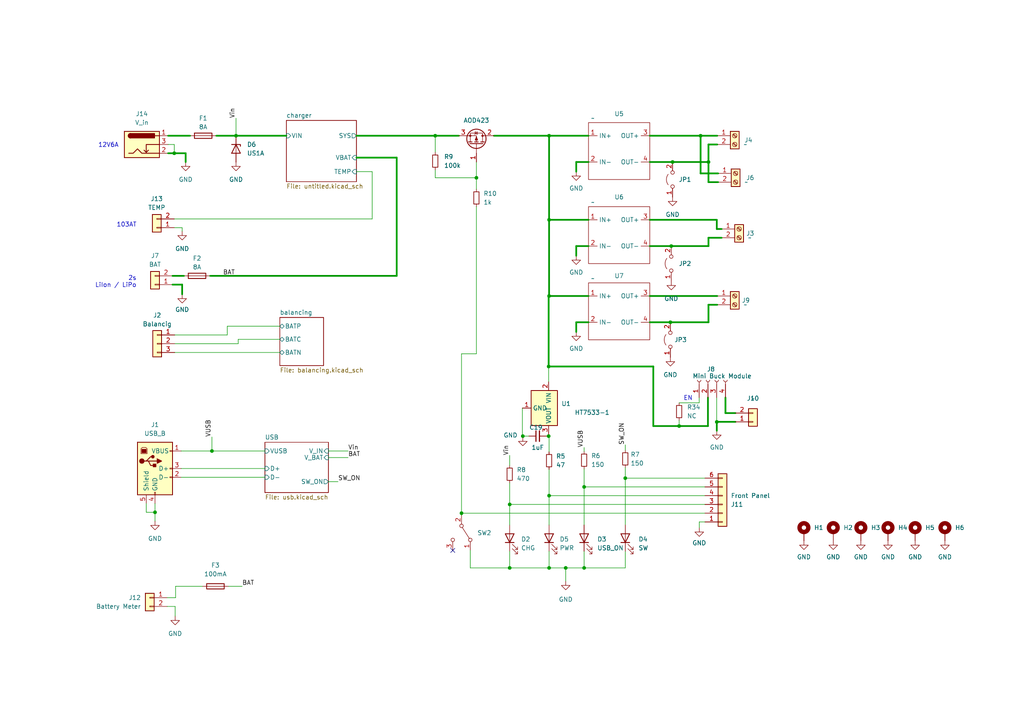
<source format=kicad_sch>
(kicad_sch (version 20230121) (generator eeschema)
  (paper "A4")
  (lib_symbols
    (symbol "Connector:Barrel_Jack_Switch" (pin_names hide)
      (property "Reference" "J" (at 0 5.334 0))
      (property "Value" "Barrel_Jack_Switch" (at 0 -5.08 0))
      (symbol "Barrel_Jack_Switch_0_1"
        (rectangle (start -5.08 3.81) (end 5.08 -3.81) (stroke (width 0.254)) (fill (type background)))
        (arc (start -3.302 3.175) (mid -3.9343 2.54) (end -3.302 1.905) (stroke (width 0.254)))
        (arc (start -3.302 3.175) (mid -3.9343 2.54) (end -3.302 1.905) (stroke (width 0.254)) (fill (type outline)))
        (polyline (pts (xy 1.27 -2.286) (xy 1.905 -1.651)) (stroke (width 0.254)))
        (polyline (pts (xy 5.08 2.54) (xy 3.81 2.54)) (stroke (width 0.254)))
        (polyline (pts (xy 5.08 0) (xy 1.27 0) (xy 1.27 -2.286) (xy 0.635 -1.651)) (stroke (width 0.254)))
        (polyline (pts (xy -3.81 -2.54) (xy -2.54 -2.54) (xy -1.27 -1.27) (xy 0 -2.54) (xy 2.54 -2.54) (xy 5.08 -2.54)) (stroke (width 0.254)))
        (rectangle (start 3.683 3.175) (end -3.302 1.905) (stroke (width 0.254)) (fill (type outline)))
      )
      (symbol "Barrel_Jack_Switch_1_1"
        (pin passive line (at 7.62 2.54 180) (length 2.54) (name "~") (number "1"))
        (pin passive line (at 7.62 -2.54 180) (length 2.54) (name "~") (number "2"))
        (pin passive line (at 7.62 0 180) (length 2.54) (name "~") (number "3"))
      )
    )
    (symbol "Connector:Conn_01x04_Socket" (pin_names (offset 1.016) hide)
      (property "Reference" "J" (at 0 5.08 0))
      (property "Value" "Conn_01x04_Socket" (at 0 -7.62 0))
      (symbol "Conn_01x04_Socket_1_1"
        (arc (start 0 -4.572) (mid -0.5058 -5.08) (end 0 -5.588) (stroke (width 0.1524)))
        (arc (start 0 -2.032) (mid -0.5058 -2.54) (end 0 -3.048) (stroke (width 0.1524)))
        (polyline (pts (xy -1.27 -5.08) (xy -0.508 -5.08)) (stroke (width 0.1524)))
        (polyline (pts (xy -1.27 -2.54) (xy -0.508 -2.54)) (stroke (width 0.1524)))
        (polyline (pts (xy -1.27 0) (xy -0.508 0)) (stroke (width 0.1524)))
        (polyline (pts (xy -1.27 2.54) (xy -0.508 2.54)) (stroke (width 0.1524)))
        (arc (start 0 0.508) (mid -0.5058 0) (end 0 -0.508) (stroke (width 0.1524)))
        (arc (start 0 3.048) (mid -0.5058 2.54) (end 0 2.032) (stroke (width 0.1524)))
        (pin passive line (at -5.08 2.54 0) (length 3.81) (name "Pin_1") (number "1"))
        (pin passive line (at -5.08 0 0) (length 3.81) (name "Pin_2") (number "2"))
        (pin passive line (at -5.08 -2.54 0) (length 3.81) (name "Pin_3") (number "3"))
        (pin passive line (at -5.08 -5.08 0) (length 3.81) (name "Pin_4") (number "4"))
      )
    )
    (symbol "Connector:Screw_Terminal_01x02" (pin_names (offset 1.016) hide)
      (property "Reference" "J" (at 0 2.54 0))
      (property "Value" "Screw_Terminal_01x02" (at 0 -5.08 0))
      (symbol "Screw_Terminal_01x02_1_1"
        (rectangle (start -1.27 1.27) (end 1.27 -3.81) (stroke (width 0.254)) (fill (type background)))
        (circle (center 0 -2.54) (radius 0.635) (stroke (width 0.1524)))
        (polyline (pts (xy -0.5334 -2.2098) (xy 0.3302 -3.048)) (stroke (width 0.1524)))
        (polyline (pts (xy -0.5334 0.3302) (xy 0.3302 -0.508)) (stroke (width 0.1524)))
        (polyline (pts (xy -0.3556 -2.032) (xy 0.508 -2.8702)) (stroke (width 0.1524)))
        (polyline (pts (xy -0.3556 0.508) (xy 0.508 -0.3302)) (stroke (width 0.1524)))
        (circle (center 0 0) (radius 0.635) (stroke (width 0.1524)))
        (pin passive line (at -5.08 0 0) (length 3.81) (name "Pin_1") (number "1"))
        (pin passive line (at -5.08 -2.54 0) (length 3.81) (name "Pin_2") (number "2"))
      )
    )
    (symbol "Connector:USB_B" (pin_names (offset 1.016))
      (property "Reference" "J" (at -5.08 11.43 0))
      (property "Value" "USB_B" (at -5.08 8.89 0))
      (symbol "USB_B_0_1"
        (rectangle (start -5.08 -7.62) (end 5.08 7.62) (stroke (width 0.254)) (fill (type background)))
        (circle (center -3.81 2.159) (radius 0.635) (stroke (width 0.254)) (fill (type outline)))
        (rectangle (start -3.81 5.588) (end -2.54 4.572) (fill (type outline)))
        (circle (center -0.635 3.429) (radius 0.381) (stroke (width 0.254)) (fill (type outline)))
        (rectangle (start -0.127 -7.62) (end 0.127 -6.858))
        (polyline (pts (xy -1.905 2.159) (xy 0.635 2.159)) (stroke (width 0.254)))
        (polyline (pts (xy -3.175 2.159) (xy -2.54 2.159) (xy -1.27 3.429) (xy -0.635 3.429)) (stroke (width 0.254)))
        (polyline (pts (xy -2.54 2.159) (xy -1.905 2.159) (xy -1.27 0.889) (xy 0 0.889)) (stroke (width 0.254)))
        (polyline (pts (xy 0.635 2.794) (xy 0.635 1.524) (xy 1.905 2.159) (xy 0.635 2.794)) (stroke (width 0.254)) (fill (type outline)))
        (polyline (pts (xy -4.064 4.318) (xy -2.286 4.318) (xy -2.286 5.715) (xy -2.667 6.096) (xy -3.683 6.096) (xy -4.064 5.715) (xy -4.064 4.318)))
        (rectangle (start 0.254 1.27) (end -0.508 0.508) (stroke (width 0.254)) (fill (type outline)))
        (rectangle (start 5.08 -2.667) (end 4.318 -2.413))
        (rectangle (start 5.08 -0.127) (end 4.318 0.127))
        (rectangle (start 5.08 4.953) (end 4.318 5.207))
      )
      (symbol "USB_B_1_1"
        (pin power_out line (at 7.62 5.08 180) (length 2.54) (name "VBUS") (number "1"))
        (pin bidirectional line (at 7.62 -2.54 180) (length 2.54) (name "D-") (number "2"))
        (pin bidirectional line (at 7.62 0 180) (length 2.54) (name "D+") (number "3"))
        (pin power_out line (at 0 -10.16 90) (length 2.54) (name "GND") (number "4"))
        (pin passive line (at -2.54 -10.16 90) (length 2.54) (name "Shield") (number "5"))
      )
    )
    (symbol "Connector_Generic:Conn_01x02" (pin_names (offset 1.016) hide)
      (property "Reference" "J" (at 0 2.54 0))
      (property "Value" "Conn_01x02" (at 0 -5.08 0))
      (symbol "Conn_01x02_1_1"
        (rectangle (start -1.27 -2.413) (end 0 -2.667) (stroke (width 0.1524)))
        (rectangle (start -1.27 0.127) (end 0 -0.127) (stroke (width 0.1524)))
        (rectangle (start -1.27 1.27) (end 1.27 -3.81) (stroke (width 0.254)) (fill (type background)))
        (pin passive line (at -5.08 0 0) (length 3.81) (name "Pin_1") (number "1"))
        (pin passive line (at -5.08 -2.54 0) (length 3.81) (name "Pin_2") (number "2"))
      )
    )
    (symbol "Connector_Generic:Conn_01x03" (pin_names (offset 1.016) hide)
      (property "Reference" "J" (at 0 5.08 0))
      (property "Value" "Conn_01x03" (at 0 -5.08 0))
      (symbol "Conn_01x03_1_1"
        (rectangle (start -1.27 -2.413) (end 0 -2.667) (stroke (width 0.1524)))
        (rectangle (start -1.27 0.127) (end 0 -0.127) (stroke (width 0.1524)))
        (rectangle (start -1.27 2.667) (end 0 2.413) (stroke (width 0.1524)))
        (rectangle (start -1.27 3.81) (end 1.27 -3.81) (stroke (width 0.254)) (fill (type background)))
        (pin passive line (at -5.08 2.54 0) (length 3.81) (name "Pin_1") (number "1"))
        (pin passive line (at -5.08 0 0) (length 3.81) (name "Pin_2") (number "2"))
        (pin passive line (at -5.08 -2.54 0) (length 3.81) (name "Pin_3") (number "3"))
      )
    )
    (symbol "Connector_Generic:Conn_01x06" (pin_names (offset 1.016) hide)
      (property "Reference" "J" (at 0 7.62 0))
      (property "Value" "Conn_01x06" (at 0 -10.16 0))
      (symbol "Conn_01x06_1_1"
        (rectangle (start -1.27 -7.493) (end 0 -7.747) (stroke (width 0.1524)))
        (rectangle (start -1.27 -4.953) (end 0 -5.207) (stroke (width 0.1524)))
        (rectangle (start -1.27 -2.413) (end 0 -2.667) (stroke (width 0.1524)))
        (rectangle (start -1.27 0.127) (end 0 -0.127) (stroke (width 0.1524)))
        (rectangle (start -1.27 2.667) (end 0 2.413) (stroke (width 0.1524)))
        (rectangle (start -1.27 5.207) (end 0 4.953) (stroke (width 0.1524)))
        (rectangle (start -1.27 6.35) (end 1.27 -8.89) (stroke (width 0.254)) (fill (type background)))
        (pin passive line (at -5.08 5.08 0) (length 3.81) (name "Pin_1") (number "1"))
        (pin passive line (at -5.08 2.54 0) (length 3.81) (name "Pin_2") (number "2"))
        (pin passive line (at -5.08 0 0) (length 3.81) (name "Pin_3") (number "3"))
        (pin passive line (at -5.08 -2.54 0) (length 3.81) (name "Pin_4") (number "4"))
        (pin passive line (at -5.08 -5.08 0) (length 3.81) (name "Pin_5") (number "5"))
        (pin passive line (at -5.08 -7.62 0) (length 3.81) (name "Pin_6") (number "6"))
      )
    )
    (symbol "Device:C_Small" (pin_numbers hide) (pin_names (offset 0.254) hide)
      (property "Reference" "C" (at 0.254 1.778 0))
      (property "Value" "C_Small" (at 0.254 -2.032 0))
      (symbol "C_Small_0_1"
        (polyline (pts (xy -1.524 -0.508) (xy 1.524 -0.508)) (stroke (width 0.3302)))
        (polyline (pts (xy -1.524 0.508) (xy 1.524 0.508)) (stroke (width 0.3048)))
      )
      (symbol "C_Small_1_1"
        (pin passive line (at 0 2.54 270) (length 2.032) (name "~") (number "1"))
        (pin passive line (at 0 -2.54 90) (length 2.032) (name "~") (number "2"))
      )
    )
    (symbol "Device:D_Zener" (pin_numbers hide) (pin_names (offset 1.016) hide)
      (property "Reference" "D" (at 0 2.54 0))
      (property "Value" "D_Zener" (at 0 -2.54 0))
      (symbol "D_Zener_0_1"
        (polyline (pts (xy 1.27 0) (xy -1.27 0)))
        (polyline (pts (xy -1.27 -1.27) (xy -1.27 1.27) (xy -0.762 1.27)) (stroke (width 0.254)))
        (polyline (pts (xy 1.27 -1.27) (xy 1.27 1.27) (xy -1.27 0) (xy 1.27 -1.27)) (stroke (width 0.254)))
      )
      (symbol "D_Zener_1_1"
        (pin passive line (at -3.81 0 0) (length 2.54) (name "K") (number "1"))
        (pin passive line (at 3.81 0 180) (length 2.54) (name "A") (number "2"))
      )
    )
    (symbol "Device:Fuse" (pin_numbers hide) (pin_names (offset 0))
      (property "Reference" "F" (at 2.032 0 90))
      (property "Value" "Fuse" (at -1.905 0 90))
      (symbol "Fuse_0_1"
        (rectangle (start -0.762 -2.54) (end 0.762 2.54) (stroke (width 0.254)))
        (polyline (pts (xy 0 2.54) (xy 0 -2.54)))
      )
      (symbol "Fuse_1_1"
        (pin passive line (at 0 3.81 270) (length 1.27) (name "~") (number "1"))
        (pin passive line (at 0 -3.81 90) (length 1.27) (name "~") (number "2"))
      )
    )
    (symbol "Device:LED" (pin_numbers hide) (pin_names (offset 1.016) hide)
      (property "Reference" "D" (at 0 2.54 0))
      (property "Value" "LED" (at 0 -2.54 0))
      (symbol "LED_0_1"
        (polyline (pts (xy -1.27 -1.27) (xy -1.27 1.27)) (stroke (width 0.254)))
        (polyline (pts (xy -1.27 0) (xy 1.27 0)))
        (polyline (pts (xy 1.27 -1.27) (xy 1.27 1.27) (xy -1.27 0) (xy 1.27 -1.27)) (stroke (width 0.254)))
        (polyline (pts (xy -3.048 -0.762) (xy -4.572 -2.286) (xy -3.81 -2.286) (xy -4.572 -2.286) (xy -4.572 -1.524)))
        (polyline (pts (xy -1.778 -0.762) (xy -3.302 -2.286) (xy -2.54 -2.286) (xy -3.302 -2.286) (xy -3.302 -1.524)))
      )
      (symbol "LED_1_1"
        (pin passive line (at -3.81 0 0) (length 2.54) (name "K") (number "1"))
        (pin passive line (at 3.81 0 180) (length 2.54) (name "A") (number "2"))
      )
    )
    (symbol "Device:Q_PMOS_GDS" (pin_names (offset 0) hide)
      (property "Reference" "Q" (at 5.08 1.27 0))
      (property "Value" "Q_PMOS_GDS" (at 5.08 -1.27 0))
      (symbol "Q_PMOS_GDS_0_1"
        (polyline (pts (xy 0.254 0) (xy -2.54 0)))
        (polyline (pts (xy 0.254 1.905) (xy 0.254 -1.905)) (stroke (width 0.254)))
        (polyline (pts (xy 0.762 -1.27) (xy 0.762 -2.286)) (stroke (width 0.254)))
        (polyline (pts (xy 0.762 0.508) (xy 0.762 -0.508)) (stroke (width 0.254)))
        (polyline (pts (xy 0.762 2.286) (xy 0.762 1.27)) (stroke (width 0.254)))
        (polyline (pts (xy 2.54 2.54) (xy 2.54 1.778)))
        (polyline (pts (xy 2.54 -2.54) (xy 2.54 0) (xy 0.762 0)))
        (polyline (pts (xy 0.762 1.778) (xy 3.302 1.778) (xy 3.302 -1.778) (xy 0.762 -1.778)))
        (polyline (pts (xy 2.286 0) (xy 1.27 0.381) (xy 1.27 -0.381) (xy 2.286 0)) (fill (type outline)))
        (polyline (pts (xy 2.794 -0.508) (xy 2.921 -0.381) (xy 3.683 -0.381) (xy 3.81 -0.254)))
        (polyline (pts (xy 3.302 -0.381) (xy 2.921 0.254) (xy 3.683 0.254) (xy 3.302 -0.381)))
        (circle (center 1.651 0) (radius 2.794) (stroke (width 0.254)))
        (circle (center 2.54 -1.778) (radius 0.254) (fill (type outline)))
        (circle (center 2.54 1.778) (radius 0.254) (fill (type outline)))
      )
      (symbol "Q_PMOS_GDS_1_1"
        (pin input line (at -5.08 0 0) (length 2.54) (name "G") (number "1"))
        (pin passive line (at 2.54 5.08 270) (length 2.54) (name "D") (number "2"))
        (pin passive line (at 2.54 -5.08 90) (length 2.54) (name "S") (number "3"))
      )
    )
    (symbol "Device:R_Small" (pin_numbers hide) (pin_names (offset 0.254) hide)
      (property "Reference" "R" (at 0.762 0.508 0))
      (property "Value" "R_Small" (at 0.762 -1.016 0))
      (symbol "R_Small_0_1"
        (rectangle (start -0.762 1.778) (end 0.762 -1.778) (stroke (width 0.2032)))
      )
      (symbol "R_Small_1_1"
        (pin passive line (at 0 2.54 270) (length 0.762) (name "~") (number "1"))
        (pin passive line (at 0 -2.54 90) (length 0.762) (name "~") (number "2"))
      )
    )
    (symbol "Jumper:Jumper_2_Open" (pin_names (offset 0) hide)
      (property "Reference" "JP" (at 0 2.794 0))
      (property "Value" "Jumper_2_Open" (at 0 -2.286 0))
      (symbol "Jumper_2_Open_0_0"
        (circle (center -2.032 0) (radius 0.508))
        (circle (center 2.032 0) (radius 0.508))
      )
      (symbol "Jumper_2_Open_0_1"
        (arc (start 1.524 1.27) (mid 0 1.778) (end -1.524 1.27))
      )
      (symbol "Jumper_2_Open_1_1"
        (pin passive line (at -5.08 0 0) (length 2.54) (name "A") (number "1"))
        (pin passive line (at 5.08 0 180) (length 2.54) (name "B") (number "2"))
      )
    )
    (symbol "Mechanical:MountingHole_Pad" (pin_numbers hide) (pin_names (offset 1.016) hide)
      (property "Reference" "H" (at 0 6.35 0))
      (property "Value" "MountingHole_Pad" (at 0 4.445 0))
      (symbol "MountingHole_Pad_0_1"
        (circle (center 0 1.27) (radius 1.27) (stroke (width 1.27)))
      )
      (symbol "MountingHole_Pad_1_1"
        (pin input line (at 0 -2.54 90) (length 2.54) (name "1") (number "1"))
      )
    )
    (symbol "Regulator_Linear:HT75xx-1-SOT89"
      (property "Reference" "U" (at -5.08 -3.81 0))
      (property "Value" "HT75xx-1-SOT89" (at 0 6.35 0))
      (symbol "HT75xx-1-SOT89_0_1"
        (rectangle (start -5.08 5.08) (end 5.08 -2.54) (stroke (width 0.254)) (fill (type background)))
      )
      (symbol "HT75xx-1-SOT89_1_1"
        (pin power_in line (at 0 -5.08 90) (length 2.54) (name "GND") (number "1"))
        (pin power_in line (at -7.62 2.54 0) (length 2.54) (name "VIN") (number "2"))
        (pin power_out line (at 7.62 2.54 180) (length 2.54) (name "VOUT") (number "3"))
      )
    )
    (symbol "Switch:SW_SPDT" (pin_names (offset 0) hide)
      (property "Reference" "SW" (at 0 4.318 0))
      (property "Value" "SW_SPDT" (at 0 -5.08 0))
      (symbol "SW_SPDT_0_0"
        (circle (center -2.032 0) (radius 0.508))
        (circle (center 2.032 -2.54) (radius 0.508))
      )
      (symbol "SW_SPDT_0_1"
        (polyline (pts (xy -1.524 0.254) (xy 1.651 2.286)))
        (circle (center 2.032 2.54) (radius 0.508))
      )
      (symbol "SW_SPDT_1_1"
        (pin passive line (at 5.08 2.54 180) (length 2.54) (name "A") (number "1"))
        (pin passive line (at -5.08 0 0) (length 2.54) (name "B") (number "2"))
        (pin passive line (at 5.08 -2.54 180) (length 2.54) (name "C") (number "3"))
      )
    )
    (symbol "converter:multi-converter"
      (property "Reference" "U" (at 1.27 1.27 0))
      (symbol "multi-converter_0_1"
        (rectangle (start 0 0) (end 17.78 -16.51))
      )
      (symbol "multi-converter_1_1"
        (pin input line (at 0 -3.81 0) (length 2.54) (name "IN+") (number "1"))
        (pin input line (at 0 -11.43 0) (length 2.54) (name "IN-") (number "2"))
        (pin output line (at 17.78 -3.81 180) (length 2.54) (name "OUT+") (number "3"))
        (pin output line (at 17.78 -11.43 180) (length 2.54) (name "OUT-") (number "4"))
      )
    )
    (symbol "power:GND" (power) (pin_names (offset 0))
      (property "Value" "GND" (at 0 -3.81 0))
      (symbol "GND_0_1"
        (polyline (pts (xy 0 0) (xy 0 -1.27) (xy 1.27 -1.27) (xy 0 -2.54) (xy -1.27 -1.27) (xy 0 -1.27)))
      )
      (symbol "GND_1_1"
        (pin power_in line (at 0 0 270) (length 0) hide (name "GND") (number "1"))
      )
    )
  )
  (junction (at 159.258 164.719))
  (junction (at 181.356 138.684))
  (junction (at 68.453 39.37))
  (junction (at 169.418 141.224))
  (junction (at 205.486 46.99))
  (junction (at 194.691 71.374))
  (junction (at 138.176 51.562))
  (junction (at 151.638 126.492))
  (junction (at 147.828 146.304))
  (junction (at 44.958 148.59))
  (junction (at 207.899 122.3772))
  (junction (at 159.258 39.37))
  (junction (at 147.828 164.719))
  (junction (at 159.258 85.852))
  (junction (at 159.131 126.492))
  (junction (at 159.258 63.754))
  (junction (at 196.977 123.571))
  (junction (at 126.238 39.37))
  (junction (at 195.072 46.99))
  (junction (at 159.258 143.764))
  (junction (at 159.131 106.299))
  (junction (at 50.546 44.45))
  (junction (at 169.418 164.719))
  (junction (at 61.468 130.81))
  (junction (at 203.2 39.37))
  (junction (at 133.858 148.844))
  (junction (at 164.084 164.719))
  (junction (at 194.437 93.472))
  (no_connect (at 131.318 159.639))
  (wire (pts (xy 196.977 116.84) (xy 202.7936 116.84)))
  (wire (pts (xy 181.356 129.032) (xy 181.356 130.556)))
  (wire (pts (xy 203.2 50.292) (xy 203.2 39.37)) (stroke (width 0.5)))
  (wire (pts (xy 195.072 46.99) (xy 205.486 46.99)) (stroke (width 0.5)))
  (wire (pts (xy 159.258 136.144) (xy 159.258 143.764)))
  (wire (pts (xy 44.958 146.05) (xy 44.958 148.59)))
  (wire (pts (xy 50.8 175.895) (xy 50.8 178.689)))
  (wire (pts (xy 181.356 138.684) (xy 181.356 152.273)))
  (wire (pts (xy 138.176 46.99) (xy 138.176 51.562)))
  (wire (pts (xy 61.468 130.81) (xy 76.835 130.81)))
  (wire (pts (xy 50.546 44.45) (xy 48.768 44.45)) (stroke (width 0.5)))
  (wire (pts (xy 167.132 71.374) (xy 170.688 71.374)) (stroke (width 0.5)))
  (wire (pts (xy 138.176 59.944) (xy 138.176 102.616)))
  (wire (pts (xy 159.258 143.764) (xy 159.258 152.273)))
  (wire (pts (xy 52.578 135.89) (xy 76.835 135.89)))
  (wire (pts (xy 167.132 74.168) (xy 167.132 71.374)) (stroke (width 0.5)))
  (wire (pts (xy 60.96 80.01) (xy 115.062 80.01)) (stroke (width 0.5)))
  (wire (pts (xy 188.468 39.37) (xy 203.2 39.37)) (stroke (width 0.5)))
  (wire (pts (xy 207.899 66.421) (xy 207.899 63.754)) (stroke (width 0.5)))
  (wire (pts (xy 159.131 110.744) (xy 159.131 106.299)))
  (wire (pts (xy 189.484 106.299) (xy 159.131 106.299)) (stroke (width 0.5)))
  (wire (pts (xy 52.578 130.81) (xy 61.468 130.81)))
  (wire (pts (xy 42.418 148.59) (xy 44.958 148.59)))
  (wire (pts (xy 164.084 164.719) (xy 169.418 164.719)))
  (wire (pts (xy 147.828 132.08) (xy 147.828 135.001)))
  (wire (pts (xy 115.062 45.72) (xy 103.378 45.72)) (stroke (width 0.5)))
  (wire (pts (xy 69.088 99.695) (xy 69.088 98.425)))
  (wire (pts (xy 50.546 41.91) (xy 50.546 44.45)))
  (wire (pts (xy 164.084 164.719) (xy 164.084 168.529)))
  (wire (pts (xy 53.848 44.45) (xy 50.546 44.45)) (stroke (width 0.5)))
  (wire (pts (xy 50.546 63.5) (xy 107.95 63.5)))
  (wire (pts (xy 58.674 170.053) (xy 50.927 170.053)))
  (wire (pts (xy 52.832 67.056) (xy 52.832 66.04)))
  (wire (pts (xy 169.418 141.224) (xy 169.418 152.273)))
  (wire (pts (xy 169.418 136.017) (xy 169.418 141.224)))
  (wire (pts (xy 50.8 175.895) (xy 48.514 175.895)))
  (wire (pts (xy 70.231 170.053) (xy 66.294 170.053)))
  (wire (pts (xy 205.486 46.99) (xy 205.486 52.832)) (stroke (width 0.5)))
  (wire (pts (xy 126.238 51.562) (xy 126.238 49.276)))
  (wire (pts (xy 207.8736 122.3772) (xy 207.899 122.3772)))
  (wire (pts (xy 167.132 96.266) (xy 167.132 93.472)) (stroke (width 0.5)))
  (wire (pts (xy 159.131 85.852) (xy 159.258 85.852)))
  (wire (pts (xy 52.832 82.55) (xy 50.038 82.55)) (stroke (width 0.5)))
  (wire (pts (xy 138.176 51.562) (xy 138.176 54.864)))
  (wire (pts (xy 107.95 63.5) (xy 107.95 49.784)))
  (wire (pts (xy 65.913 97.155) (xy 65.913 94.615)))
  (wire (pts (xy 159.258 63.754) (xy 170.688 63.754)) (stroke (width 0.5)))
  (wire (pts (xy 207.899 122.3518) (xy 207.899 122.3772)))
  (wire (pts (xy 50.673 99.695) (xy 69.088 99.695)))
  (wire (pts (xy 205.486 88.392) (xy 205.486 93.472)) (stroke (width 0.5)))
  (wire (pts (xy 50.673 97.155) (xy 65.913 97.155)))
  (wire (pts (xy 151.511 118.364) (xy 151.511 126.492)))
  (wire (pts (xy 169.418 164.719) (xy 181.356 164.719)))
  (wire (pts (xy 159.131 125.984) (xy 159.131 126.492)))
  (wire (pts (xy 52.832 66.04) (xy 50.546 66.04)))
  (wire (pts (xy 210.4136 119.8118) (xy 210.4136 115.316)) (stroke (width 0.5)))
  (wire (pts (xy 203.2 39.37) (xy 208.026 39.37)) (stroke (width 0.5)))
  (wire (pts (xy 159.258 39.37) (xy 159.258 63.754)) (stroke (width 0.5)))
  (wire (pts (xy 147.828 140.081) (xy 147.828 146.304)))
  (wire (pts (xy 159.258 164.719) (xy 147.828 164.719)))
  (wire (pts (xy 68.453 34.29) (xy 68.453 39.37)))
  (wire (pts (xy 207.899 66.421) (xy 209.296 66.421)) (stroke (width 0.5)))
  (wire (pts (xy 65.913 94.615) (xy 81.153 94.615)))
  (wire (pts (xy 159.258 63.754) (xy 159.258 85.852)) (stroke (width 0.5)))
  (wire (pts (xy 136.398 164.719) (xy 147.828 164.719)))
  (wire (pts (xy 52.832 85.344) (xy 52.832 82.55)) (stroke (width 0.5)))
  (wire (pts (xy 169.418 141.224) (xy 204.47 141.224)))
  (wire (pts (xy 44.958 148.59) (xy 44.958 151.13)))
  (wire (pts (xy 126.238 39.37) (xy 126.238 44.196)))
  (wire (pts (xy 202.7936 116.84) (xy 202.7936 115.316)))
  (wire (pts (xy 42.418 146.05) (xy 42.418 148.59)))
  (wire (pts (xy 69.088 98.425) (xy 81.153 98.425)))
  (wire (pts (xy 61.468 126.746) (xy 61.468 130.81)))
  (wire (pts (xy 202.819 153.035) (xy 202.819 151.384)))
  (wire (pts (xy 196.977 121.92) (xy 196.977 123.571)))
  (wire (pts (xy 167.132 93.472) (xy 170.688 93.472)) (stroke (width 0.5)))
  (wire (pts (xy 159.258 126.492) (xy 159.258 131.064)))
  (wire (pts (xy 151.511 126.492) (xy 151.638 126.492)))
  (wire (pts (xy 181.356 138.684) (xy 204.47 138.684)))
  (wire (pts (xy 213.3092 119.8118) (xy 210.4136 119.8118)) (stroke (width 0.5)))
  (wire (pts (xy 205.486 52.832) (xy 208.28 52.832)) (stroke (width 0.5)))
  (wire (pts (xy 208.28 50.292) (xy 203.2 50.292)) (stroke (width 0.5)))
  (wire (pts (xy 159.131 85.852) (xy 159.131 106.299)) (stroke (width 0.5)))
  (wire (pts (xy 196.977 123.571) (xy 205.3336 123.571)) (stroke (width 0.5)))
  (wire (pts (xy 189.484 106.299) (xy 189.484 123.571)) (stroke (width 0.5)))
  (wire (pts (xy 138.176 102.616) (xy 133.858 102.616)))
  (wire (pts (xy 133.858 148.844) (xy 133.858 149.479)))
  (wire (pts (xy 48.768 39.37) (xy 55.118 39.37)) (stroke (width 0.5)))
  (wire (pts (xy 136.398 159.639) (xy 136.398 164.719)))
  (wire (pts (xy 194.691 71.374) (xy 205.486 71.374)) (stroke (width 0.5)))
  (wire (pts (xy 133.858 102.616) (xy 133.858 148.844)))
  (wire (pts (xy 147.828 159.893) (xy 147.828 164.719)))
  (wire (pts (xy 204.47 146.304) (xy 147.828 146.304)))
  (wire (pts (xy 50.927 170.053) (xy 50.927 173.355)))
  (wire (pts (xy 169.418 129.794) (xy 169.418 130.937)))
  (wire (pts (xy 194.437 93.472) (xy 205.486 93.472)) (stroke (width 0.5)))
  (wire (pts (xy 205.486 88.392) (xy 208.026 88.392)) (stroke (width 0.5)))
  (wire (pts (xy 159.258 143.764) (xy 204.47 143.764)))
  (wire (pts (xy 181.356 164.719) (xy 181.356 159.893)))
  (wire (pts (xy 62.738 39.37) (xy 68.453 39.37)) (stroke (width 0.5)))
  (wire (pts (xy 159.258 85.852) (xy 170.688 85.852)) (stroke (width 0.5)))
  (wire (pts (xy 95.25 132.715) (xy 100.965 132.715)))
  (wire (pts (xy 188.468 85.852) (xy 208.026 85.852)) (stroke (width 0.5)))
  (wire (pts (xy 107.95 49.784) (xy 103.378 49.784)))
  (wire (pts (xy 207.899 122.3772) (xy 207.899 124.9172)) (stroke (width 0.5)))
  (wire (pts (xy 188.468 46.99) (xy 195.072 46.99)) (stroke (width 0.5)))
  (wire (pts (xy 158.496 126.492) (xy 159.131 126.492)))
  (wire (pts (xy 52.578 138.43) (xy 76.835 138.43)))
  (wire (pts (xy 115.062 45.72) (xy 115.062 80.01)) (stroke (width 0.5)))
  (wire (pts (xy 151.638 126.492) (xy 153.416 126.492)))
  (wire (pts (xy 68.453 39.37) (xy 83.058 39.37)) (stroke (width 0.5)))
  (wire (pts (xy 159.258 159.893) (xy 159.258 164.719)))
  (wire (pts (xy 133.858 148.844) (xy 204.47 148.844)))
  (wire (pts (xy 202.819 151.384) (xy 204.47 151.384)))
  (wire (pts (xy 205.3336 115.316) (xy 205.3336 123.571)) (stroke (width 0.5)))
  (wire (pts (xy 188.468 71.374) (xy 194.691 71.374)) (stroke (width 0.5)))
  (wire (pts (xy 138.176 51.562) (xy 126.238 51.562)))
  (wire (pts (xy 95.25 130.81) (xy 100.965 130.81)))
  (wire (pts (xy 147.828 146.304) (xy 147.828 152.273)))
  (wire (pts (xy 126.238 39.37) (xy 133.096 39.37)) (stroke (width 0.5)))
  (wire (pts (xy 159.258 39.37) (xy 170.688 39.37)) (stroke (width 0.5)))
  (wire (pts (xy 181.356 135.636) (xy 181.356 138.684)))
  (wire (pts (xy 205.486 68.961) (xy 209.296 68.961)) (stroke (width 0.5)))
  (wire (pts (xy 103.378 39.37) (xy 126.238 39.37)) (stroke (width 0.5)))
  (wire (pts (xy 167.132 49.784) (xy 167.132 46.99)) (stroke (width 0.5)))
  (wire (pts (xy 169.418 159.893) (xy 169.418 164.719)))
  (wire (pts (xy 207.899 63.754) (xy 188.468 63.754)) (stroke (width 0.5)))
  (wire (pts (xy 53.848 46.99) (xy 53.848 44.45)) (stroke (width 0.5)))
  (wire (pts (xy 205.486 68.961) (xy 205.486 71.374)) (stroke (width 0.5)))
  (wire (pts (xy 188.468 93.472) (xy 194.437 93.472)) (stroke (width 0.5)))
  (wire (pts (xy 207.8736 115.316) (xy 207.8736 122.3772)))
  (wire (pts (xy 48.768 41.91) (xy 50.546 41.91)))
  (wire (pts (xy 151.638 126.746) (xy 151.638 126.492)))
  (wire (pts (xy 50.038 80.01) (xy 53.34 80.01)) (stroke (width 0.5)))
  (wire (pts (xy 95.25 139.7) (xy 98.044 139.7)))
  (wire (pts (xy 205.486 41.91) (xy 208.026 41.91)) (stroke (width 0.5)))
  (wire (pts (xy 189.484 123.571) (xy 196.977 123.571)) (stroke (width 0.5)))
  (wire (pts (xy 167.132 46.99) (xy 170.688 46.99)) (stroke (width 0.5)))
  (wire (pts (xy 207.899 122.3518) (xy 213.3092 122.3518)) (stroke (width 0.5)))
  (wire (pts (xy 143.256 39.37) (xy 159.258 39.37)) (stroke (width 0.5)))
  (wire (pts (xy 159.131 126.492) (xy 159.258 126.492)))
  (wire (pts (xy 48.514 173.355) (xy 50.927 173.355)))
  (wire (pts (xy 205.486 41.91) (xy 205.486 46.99)) (stroke (width 0.5)))
  (wire (pts (xy 164.084 164.719) (xy 159.258 164.719)))
  (wire (pts (xy 50.673 102.235) (xy 81.153 102.235)))
  (text "103AT" (at 33.782 66.04 0) (effects (font (size 1.27 1.27)) (justify left bottom)))
  (text "EN\n" (at 200.914 116.332 0) (effects (font (size 1.27 1.27)) (justify right bottom)))
  (text "2s\nLiIon / LiPo" (at 39.624 83.566 0) (effects (font (size 1.27 1.27)) (justify right bottom)))
  (text "12V6A" (at 28.448 42.926 0) (effects (font (size 1.27 1.27)) (justify left bottom)))
  (label "BAT" (at 100.965 132.715 0))
  (label "VUSB" (at 61.468 126.746 90))
  (label "SW_ON" (at 98.044 139.7 0))
  (label "BAT" (at 70.231 170.053 0))
  (label "SW_ON" (at 181.356 129.032 90))
  (label "Vin" (at 68.453 34.29 90))
  (label "BAT" (at 64.643 80.01 0))
  (label "Vin" (at 147.828 132.08 90))
  (label "Vin" (at 100.965 130.81 0))
  (label "VUSB" (at 169.418 129.794 90))
  (symbol (lib_id "Device:Q_PMOS_GDS") (at 138.176 41.91 270) (mirror x) (unit 1)
    (property "Reference" "Q7" (effects hide))
    (property "Value" "AOD423" (at 138.176 34.925 90))
    (property "Footprint" "Package_TO_SOT_SMD:TO-252-2" (effects hide))
  )
  (symbol (lib_id "Jumper:Jumper_2_Open") (at 195.072 52.07 90) (unit 1)
    (property "Reference" "JP1" (at 196.85 52.07 90) (effects (justify right)))
    (property "Value" "Jumper_2_Open" (effects hide))
    (property "Footprint" "Jumper:SolderJumper-2_P1.3mm_Open_RoundedPad1.0x1.5mm" (effects hide))
  )
  (symbol (lib_id "power:GND") (at 50.8 178.689 0) (mirror y) (unit 1)
    (property "Reference" "#PWR020" (effects hide))
    (property "Value" "GND" (at 50.8 183.769 0))
  )
  (symbol (lib_id "Mechanical:MountingHole_Pad") (at 249.682 154.305 0) (unit 1)
    (property "Reference" "H3" (at 252.603 153.035 0) (effects (justify left)))
    (property "Value" "MountingHole" (effects hide))
    (property "Footprint" "MountingHole:MountingHole_3.2mm_M3_DIN965_Pad_TopBottom" (effects hide))
  )
  (symbol (lib_id "power:GND") (at 167.132 49.784 0) (unit 1)
    (property "Reference" "#PWR07" (effects hide))
    (property "Value" "GND" (at 167.132 54.61 0))
  )
  (symbol (lib_id "Device:LED") (at 169.418 156.083 90) (unit 1)
    (property "Reference" "D3" (at 173.228 156.4005 90) (effects (justify right)))
    (property "Value" "USB_ON" (at 173.228 158.9405 90) (effects (justify right)))
    (property "Footprint" "LED_SMD:LED_1210_3225Metric" (effects hide))
  )
  (symbol (lib_id "power:GND") (at 233.172 156.845 0) (unit 1)
    (property "Reference" "#PWR039" (effects hide))
    (property "Value" "GND" (at 233.172 161.544 0))
  )
  (symbol (lib_id "Switch:SW_SPDT") (at 133.858 154.559 270) (unit 1)
    (property "Reference" "SW2" (at 138.43 154.559 90) (effects (justify left)))
    (property "Value" "SW_SPDT" (effects hide))
    (property "Footprint" "Button_Switch_THT:SW_Slide_1P2T_CK_OS102011MS2Q" (effects hide))
  )
  (symbol (lib_id "power:GND") (at 44.958 151.13 0) (unit 1)
    (property "Reference" "#PWR09" (effects hide))
    (property "Value" "GND" (at 44.958 156.21 0))
  )
  (symbol (lib_id "converter:multi-converter") (at 170.688 59.944 0) (unit 1)
    (property "Reference" "U6" (at 179.578 57.15 0))
    (property "Value" "~" (at 171.958 58.674 0))
    (property "Footprint" "converter:multi-converter" (effects hide))
  )
  (symbol (lib_id "Device:D_Zener") (at 68.453 43.18 270) (unit 1)
    (property "Reference" "D6" (at 71.628 41.91 90) (effects (justify left)))
    (property "Value" "US1A" (at 71.628 44.45 90) (effects (justify left)))
    (property "Footprint" "Diode_SMD:D_SMA" (effects hide))
  )
  (symbol (lib_id "power:GND") (at 52.832 67.056 0) (unit 1)
    (property "Reference" "#PWR031" (effects hide))
    (property "Value" "GND" (at 52.832 72.136 0))
  )
  (symbol (lib_id "Device:LED") (at 147.828 156.083 90) (unit 1)
    (property "Reference" "D2" (at 151.13 156.4005 90) (effects (justify right)))
    (property "Value" "CHG" (at 151.13 158.9405 90) (effects (justify right)))
    (property "Footprint" "LED_SMD:LED_1210_3225Metric" (effects hide))
  )
  (symbol (lib_id "power:GND") (at 167.132 96.266 0) (unit 1)
    (property "Reference" "#PWR015" (effects hide))
    (property "Value" "GND" (at 167.132 101.092 0))
  )
  (symbol (lib_id "Connector:Screw_Terminal_01x02") (at 213.106 39.37 0) (unit 1)
    (property "Reference" "J4" (at 215.9 40.64 0) (effects (justify left)))
    (property "Value" "~" (at 215.646 41.91 0) (effects (justify left)))
    (property "Footprint" "TerminalBlock_RND:TerminalBlock_RND_205-00232_1x02_P5.08mm_Horizontal" (effects hide))
  )
  (symbol (lib_id "Device:R_Small") (at 196.977 119.38 180) (unit 1)
    (property "Reference" "R34" (at 199.263 118.11 0) (effects (justify right)))
    (property "Value" "NC" (at 199.263 120.65 0) (effects (justify right)))
  )
  (symbol (lib_id "Mechanical:MountingHole_Pad") (at 274.066 154.305 0) (unit 1)
    (property "Reference" "H6" (at 276.987 153.035 0) (effects (justify left)))
    (property "Value" "MountingHole" (effects hide))
    (property "Footprint" "MountingHole:MountingHole_3.2mm_M3_DIN965_Pad_TopBottom" (effects hide))
  )
  (symbol (lib_id "Connector:Barrel_Jack_Switch") (at 41.148 41.91 0) (unit 1)
    (property "Reference" "J14" (at 41.148 33.02 0))
    (property "Value" "V_in" (at 41.148 35.56 0))
    (property "Footprint" "Connector_BarrelJack:BarrelJack_Horizontal" (effects hide))
  )
  (symbol (lib_id "power:GND") (at 257.556 156.845 0) (unit 1)
    (property "Reference" "#PWR042" (effects hide))
    (property "Value" "GND" (at 257.556 161.544 0))
  )
  (symbol (lib_id "Connector_Generic:Conn_01x02") (at 218.3892 122.3518 0) (mirror x) (unit 1)
    (property "Reference" "J10" (at 218.3892 115.5446 0))
    (property "Value" "~" (at 218.3892 115.6462 0))
    (property "Footprint" "Connector_PinSocket_2.54mm:PinSocket_1x02_P2.54mm_Vertical" (effects hide))
  )
  (symbol (lib_id "Connector_Generic:Conn_01x06") (at 209.55 146.304 0) (mirror x) (unit 1)
    (property "Reference" "J11" (at 211.963 146.304 0) (effects (justify left)))
    (property "Value" "Front Panel" (at 211.963 143.764 0) (effects (justify left)))
    (property "Footprint" "Connector_PinHeader_2.54mm:PinHeader_1x06_P2.54mm_Vertical" (effects hide))
  )
  (symbol (lib_id "power:GND") (at 241.681 156.845 0) (unit 1)
    (property "Reference" "#PWR040" (effects hide))
    (property "Value" "GND" (at 241.681 161.544 0))
  )
  (symbol (lib_id "Mechanical:MountingHole_Pad") (at 233.172 154.305 0) (unit 1)
    (property "Reference" "H1" (at 236.093 153.035 0) (effects (justify left)))
    (property "Value" "MountingHole" (effects hide))
    (property "Footprint" "MountingHole:MountingHole_3.2mm_M3_DIN965_Pad_TopBottom" (effects hide))
  )
  (symbol (lib_id "Mechanical:MountingHole_Pad") (at 241.681 154.305 0) (unit 1)
    (property "Reference" "H2" (at 244.602 153.035 0) (effects (justify left)))
    (property "Value" "MountingHole" (effects hide))
    (property "Footprint" "MountingHole:MountingHole_3.2mm_M3_DIN965_Pad_TopBottom" (effects hide))
  )
  (symbol (lib_id "Connector_Generic:Conn_01x03") (at 45.593 99.695 0) (mirror y) (unit 1)
    (property "Reference" "J2" (at 45.593 91.44 0))
    (property "Value" "Balancig" (at 45.593 93.98 0))
    (property "Footprint" "Connector_JST:JST_XH_B3B-XH-AM_1x03_P2.50mm_Vertical" (effects hide))
  )
  (symbol (lib_id "power:GND") (at 52.832 85.344 0) (mirror y) (unit 1)
    (property "Reference" "#PWR012" (effects hide))
    (property "Value" "GND" (at 52.832 89.789 0))
  )
  (symbol (lib_id "power:GND") (at 195.072 57.15 0) (unit 1)
    (property "Reference" "#PWR044" (effects hide))
    (property "Value" "GND" (at 195.072 62.23 0))
  )
  (symbol (lib_id "converter:multi-converter") (at 170.688 82.042 0) (unit 1)
    (property "Reference" "U7" (at 179.578 80.01 0))
    (property "Value" "~" (at 171.958 80.772 0))
    (property "Footprint" "converter:multi-converter" (effects hide))
  )
  (symbol (lib_id "power:GND") (at 164.084 168.529 0) (unit 1)
    (property "Reference" "#PWR016" (effects hide))
    (property "Value" "GND" (at 164.084 173.863 0))
  )
  (symbol (lib_id "power:GND") (at 194.437 103.632 0) (unit 1)
    (property "Reference" "#PWR046" (effects hide))
    (property "Value" "GND" (at 194.437 108.712 0))
  )
  (symbol (lib_id "power:GND") (at 249.682 156.845 0) (unit 1)
    (property "Reference" "#PWR041" (effects hide))
    (property "Value" "GND" (at 249.682 161.544 0))
  )
  (symbol (lib_id "Device:R_Small") (at 159.258 133.604 0) (unit 1)
    (property "Reference" "R5" (at 161.29 132.334 0) (effects (justify left)))
    (property "Value" "47" (at 161.29 134.874 0) (effects (justify left)))
    (property "Footprint" "Resistor_SMD:R_0805_2012Metric" (effects hide))
  )
  (symbol (lib_id "Mechanical:MountingHole_Pad") (at 265.43 154.305 0) (unit 1)
    (property "Reference" "H5" (at 268.351 153.035 0) (effects (justify left)))
    (property "Value" "MountingHole" (effects hide))
    (property "Footprint" "MountingHole:MountingHole_3.2mm_M3_DIN965_Pad_TopBottom" (effects hide))
  )
  (symbol (lib_id "Connector:USB_B") (at 44.958 135.89 0) (unit 1)
    (property "Reference" "J1" (at 44.958 123.19 0))
    (property "Value" "USB_B" (at 44.958 125.73 0))
    (property "Footprint" "Connector_USB:USB_B_OST_USB-B1HSxx_Horizontal" (effects hide))
    (property "Datasheet" " ~" (effects hide))
  )
  (symbol (lib_id "Jumper:Jumper_2_Open") (at 194.691 76.454 90) (unit 1)
    (property "Reference" "JP2" (at 196.85 76.454 90) (effects (justify right)))
    (property "Value" "Jumper_2_Open" (effects hide))
    (property "Footprint" "Jumper:SolderJumper-2_P1.3mm_Open_RoundedPad1.0x1.5mm" (effects hide))
  )
  (symbol (lib_id "power:GND") (at 265.43 156.845 0) (unit 1)
    (property "Reference" "#PWR043" (effects hide))
    (property "Value" "GND" (at 265.43 161.544 0))
  )
  (symbol (lib_id "power:GND") (at 194.691 81.534 0) (unit 1)
    (property "Reference" "#PWR045" (effects hide))
    (property "Value" "GND" (at 194.691 86.614 0))
  )
  (symbol (lib_id "Device:LED") (at 181.356 156.083 90) (unit 1)
    (property "Reference" "D4" (at 185.166 156.4005 90) (effects (justify right)))
    (property "Value" "SW" (at 185.166 158.9405 90) (effects (justify right)))
    (property "Footprint" "LED_SMD:LED_1210_3225Metric" (effects hide))
  )
  (symbol (lib_id "Device:C_Small") (at 155.956 126.492 90) (unit 1)
    (property "Reference" "C19" (at 155.448 123.952 90))
    (property "Value" "1uF" (at 155.956 129.794 90))
    (property "Footprint" "Capacitor_SMD:C_0805_2012Metric" (effects hide))
  )
  (symbol (lib_id "Jumper:Jumper_2_Open") (at 194.437 98.552 90) (unit 1)
    (property "Reference" "JP3" (at 195.58 98.552 90) (effects (justify right)))
    (property "Value" "Jumper_2_Open" (effects hide))
    (property "Footprint" "Jumper:SolderJumper-2_P1.3mm_Open_RoundedPad1.0x1.5mm" (effects hide))
  )
  (symbol (lib_id "power:GND") (at 151.638 126.746 0) (unit 1)
    (property "Reference" "#PWR032" (effects hide))
    (property "Value" "GND" (at 150.114 126.238 0) (effects (justify right)))
  )
  (symbol (lib_id "Connector:Screw_Terminal_01x02") (at 213.36 50.292 0) (unit 1)
    (property "Reference" "J6" (at 216.408 51.562 0) (effects (justify left)))
    (property "Value" "~" (at 215.9 52.832 0) (effects (justify left)))
    (property "Footprint" "TerminalBlock_RND:TerminalBlock_RND_205-00232_1x02_P5.08mm_Horizontal" (effects hide))
  )
  (symbol (lib_id "Connector_Generic:Conn_01x02") (at 45.466 66.04 180) (unit 1)
    (property "Reference" "J13" (at 45.466 57.658 0))
    (property "Value" "TEMP" (at 45.466 60.198 0))
    (property "Footprint" "Connector_PinHeader_2.54mm:PinHeader_1x02_P2.54mm_Vertical" (effects hide))
  )
  (symbol (lib_id "power:GND") (at 202.819 153.035 0) (unit 1)
    (property "Reference" "#PWR018" (effects hide))
    (property "Value" "GND" (at 202.819 157.48 0))
  )
  (symbol (lib_id "Connector:Screw_Terminal_01x02") (at 213.106 85.852 0) (unit 1)
    (property "Reference" "J9" (at 215.138 87.122 0) (effects (justify left)))
    (property "Value" "~" (at 215.646 88.392 0) (effects (justify left)))
    (property "Footprint" "TerminalBlock_RND:TerminalBlock_RND_205-00232_1x02_P5.08mm_Horizontal" (effects hide))
  )
  (symbol (lib_id "Device:Fuse") (at 58.928 39.37 90) (unit 1)
    (property "Reference" "F1" (at 58.928 34.29 90))
    (property "Value" "8A" (at 58.928 36.83 90))
    (property "Footprint" "Fuse:Fuse_1812_4532Metric_Pad1.30x3.40mm_HandSolder" (effects hide))
  )
  (symbol (lib_id "Device:Fuse") (at 57.15 80.01 270) (mirror x) (unit 1)
    (property "Reference" "F2" (at 57.15 74.93 90))
    (property "Value" "8A" (at 57.15 77.47 90))
    (property "Footprint" "Fuse:Fuse_1812_4532Metric_Pad1.30x3.40mm_HandSolder" (effects hide))
  )
  (symbol (lib_id "Connector_Generic:Conn_01x02") (at 43.434 173.355 0) (mirror y) (unit 1)
    (property "Reference" "J12" (at 40.894 173.355 0) (effects (justify left)))
    (property "Value" "Battery Meter" (at 40.894 175.895 0) (effects (justify left)))
    (property "Footprint" "Connector_PinSocket_2.54mm:PinSocket_1x02_P2.54mm_Vertical" (effects hide))
  )
  (symbol (lib_id "power:GND") (at 274.066 156.845 0) (unit 1)
    (property "Reference" "#PWR047" (effects hide))
    (property "Value" "GND" (at 274.066 161.544 0))
  )
  (symbol (lib_id "Connector_Generic:Conn_01x02") (at 44.958 82.55 180) (unit 1)
    (property "Reference" "J7" (at 44.958 74.168 0))
    (property "Value" "BAT" (at 44.958 76.708 0))
    (property "Footprint" "Connector_AMASS:AMASS_XT60-F_1x02_P7.20mm_Vertical" (effects hide))
  )
  (symbol (lib_id "Regulator_Linear:HT75xx-1-SOT89") (at 156.591 118.364 270) (unit 1)
    (property "Reference" "U1" (at 162.814 117.094 90) (effects (justify left)))
    (property "Value" "    HT7533-1" (at 162.814 119.634 90) (effects (justify left)))
    (property "Footprint" "Package_TO_SOT_SMD:SOT-89-3" (effects hide))
    (property "Datasheet" "https://www.holtek.com/documents/10179/116711/HT75xx-1v250.pdf" (effects hide))
  )
  (symbol (lib_id "Device:R_Small") (at 147.828 137.541 0) (unit 1)
    (property "Reference" "R8" (at 149.86 136.271 0) (effects (justify left)))
    (property "Value" "470" (at 149.86 138.811 0) (effects (justify left)))
    (property "Footprint" "Resistor_SMD:R_0805_2012Metric" (effects hide))
  )
  (symbol (lib_id "Device:R_Small") (at 126.238 46.736 0) (unit 1)
    (property "Reference" "R9" (at 128.778 45.466 0) (effects (justify left)))
    (property "Value" "100k" (at 128.778 48.006 0) (effects (justify left)))
    (property "Footprint" "Resistor_SMD:R_0805_2012Metric" (effects hide))
  )
  (symbol (lib_id "Device:R_Small") (at 169.418 133.477 0) (unit 1)
    (property "Reference" "R6" (at 171.45 132.207 0) (effects (justify left)))
    (property "Value" "150" (at 171.45 134.747 0) (effects (justify left)))
    (property "Footprint" "Resistor_SMD:R_0805_2012Metric" (effects hide))
  )
  (symbol (lib_id "Connector:Screw_Terminal_01x02") (at 214.376 66.421 0) (unit 1)
    (property "Reference" "J3" (at 216.408 67.691 0) (effects (justify left)))
    (property "Value" "~" (at 216.916 68.961 0) (effects (justify left)))
    (property "Footprint" "TerminalBlock_RND:TerminalBlock_RND_205-00232_1x02_P5.08mm_Horizontal" (effects hide))
  )
  (symbol (lib_id "converter:multi-converter") (at 170.688 35.56 0) (unit 1)
    (property "Reference" "U5" (at 179.578 33.02 0))
    (property "Value" "~" (at 171.958 34.29 0))
    (property "Footprint" "converter:multi-converter" (effects hide))
  )
  (symbol (lib_id "Device:Fuse") (at 62.484 170.053 270) (mirror x) (unit 1)
    (property "Reference" "F3" (at 62.484 163.957 90))
    (property "Value" "100mA" (at 62.484 166.497 90))
    (property "Footprint" "Fuse:Fuse_1206_3216Metric_Pad1.42x1.75mm_HandSolder" (effects hide))
  )
  (symbol (lib_id "Device:LED") (at 159.258 156.083 90) (unit 1)
    (property "Reference" "D5" (at 162.306 156.4005 90) (effects (justify right)))
    (property "Value" "PWR" (at 162.306 158.9405 90) (effects (justify right)))
    (property "Footprint" "LED_SMD:LED_1210_3225Metric" (effects hide))
  )
  (symbol (lib_id "Device:R_Small") (at 181.356 133.096 0) (unit 1)
    (property "Reference" "R7" (at 182.88 131.826 0) (effects (justify left)))
    (property "Value" "150" (at 182.88 134.366 0) (effects (justify left)))
    (property "Footprint" "Resistor_SMD:R_0805_2012Metric" (effects hide))
  )
  (symbol (lib_id "power:GND") (at 53.848 46.99 0) (unit 1)
    (property "Reference" "#PWR013" (effects hide))
    (property "Value" "GND" (at 53.848 52.07 0))
  )
  (symbol (lib_id "power:GND") (at 68.453 46.99 0) (unit 1)
    (property "Reference" "#PWR014" (effects hide))
    (property "Value" "GND" (at 68.453 52.07 0))
  )
  (symbol (lib_id "Device:R_Small") (at 138.176 57.404 0) (unit 1)
    (property "Reference" "R10" (at 140.208 56.134 0) (effects (justify left)))
    (property "Value" "1k" (at 140.208 58.674 0) (effects (justify left)))
    (property "Footprint" "Resistor_SMD:R_0805_2012Metric" (effects hide))
  )
  (symbol (lib_id "power:GND") (at 207.899 124.9172 0) (mirror y) (unit 1)
    (property "Reference" "#PWR048" (effects hide))
    (property "Value" "GND" (at 207.899 129.7432 0))
  )
  (symbol (lib_id "power:GND") (at 167.132 74.168 0) (unit 1)
    (property "Reference" "#PWR08" (effects hide))
    (property "Value" "GND" (at 167.132 78.994 0))
  )
  (symbol (lib_id "Connector:Conn_01x04_Socket") (at 205.3336 110.236 90) (unit 1)
    (property "Reference" "J8" (at 206.1972 107.0864 90))
    (property "Value" "Mini Buck Module" (at 218.0336 109.0676 90) (effects (justify left)))
    (property "Footprint" "Connector_PinSocket_2.54mm:PinSocket_1x04_P2.54mm_Vertical" (effects hide))
  )
  (symbol (lib_id "Mechanical:MountingHole_Pad") (at 257.556 154.305 0) (unit 1)
    (property "Reference" "H4" (at 260.477 153.035 0) (effects (justify left)))
    (property "Value" "MountingHole" (effects hide))
    (property "Footprint" "MountingHole:MountingHole_3.2mm_M3_DIN965_Pad_TopBottom" (effects hide))
  )
  (sheet (at 81.153 92.075) (size 12.7 13.97) (stroke (width 0.1524))
    (property "Sheetname" "balancing" (at 81.153 91.3634 0) (effects (justify left bottom)))
    (property "Sheetfile" "balancing.kicad_sch" (at 81.153 106.6296 0) (effects (justify left top)))
    (pin "BATN" bidirectional (at 81.153 102.235 180))
    (pin "BATP" bidirectional (at 81.153 94.615 180))
    (pin "BATC" bidirectional (at 81.153 98.425 180))
  )
  (sheet (at 83.058 34.925) (size 20.32 17.78) (stroke (width 0.1524))
    (property "Sheetname" "charger" (at 83.058 34.2134 0) (effects (justify left bottom)))
    (property "Sheetfile" "untitled.kicad_sch" (at 83.058 53.2896 0) (effects (justify left top)))
    (pin "SYS" output (at 103.378 39.37 0))
    (pin "VBAT" input (at 103.378 45.72 0))
    (pin "VIN" input (at 83.058 39.37 180))
    (pin "TEMP" input (at 103.378 49.784 0))
  )
  (sheet (at 76.835 128.27) (size 18.415 14.605) (stroke (width 0.1524))
    (property "Sheetname" "USB" (at 76.835 127.5584 0) (effects (justify left bottom)))
    (property "Sheetfile" "usb.kicad_sch" (at 76.835 143.4596 0) (effects (justify left top)))
    (pin "SW_ON" output (at 95.25 139.7 0))
    (pin "V_BAT" input (at 95.25 132.715 0))
    (pin "D+" input (at 76.835 135.89 180))
    (pin "D-" input (at 76.835 138.43 180))
    (pin "VUSB" input (at 76.835 130.81 180))
    (pin "V_IN" input (at 95.25 130.81 0))
  )
)
</source>
